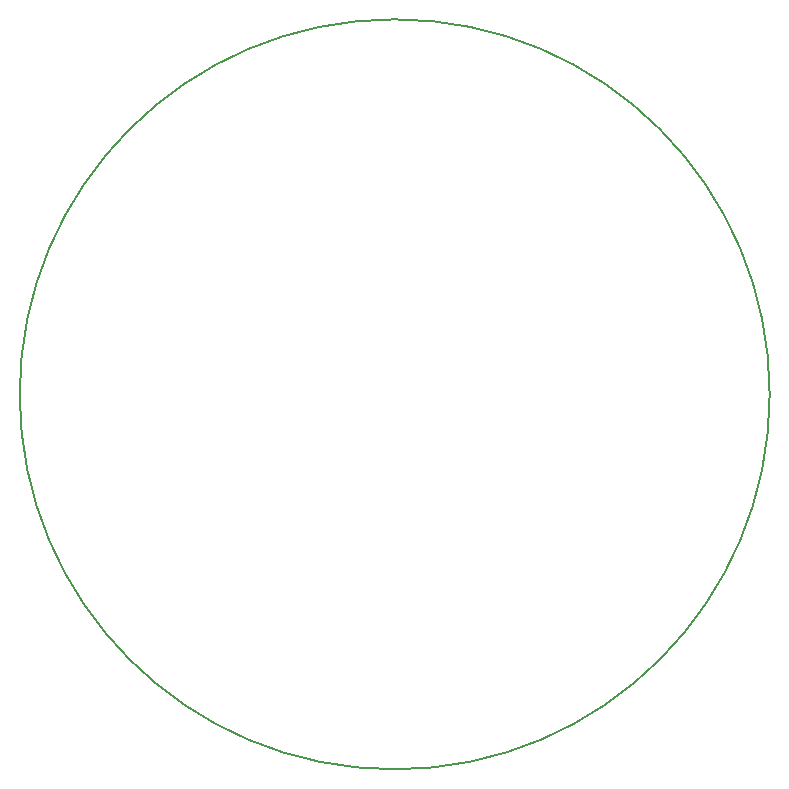
<source format=gm1>
G04 #@! TF.FileFunction,Profile,NP*
%FSLAX46Y46*%
G04 Gerber Fmt 4.6, Leading zero omitted, Abs format (unit mm)*
G04 Created by KiCad (PCBNEW 4.0.5) date Sunday, 26 February 2017 'PMt' 14:34:23*
%MOMM*%
%LPD*%
G01*
G04 APERTURE LIST*
%ADD10C,0.100000*%
%ADD11C,0.150000*%
G04 APERTURE END LIST*
D10*
D11*
X126750000Y-95000000D02*
G75*
G03X126750000Y-95000000I-31750000J0D01*
G01*
M02*

</source>
